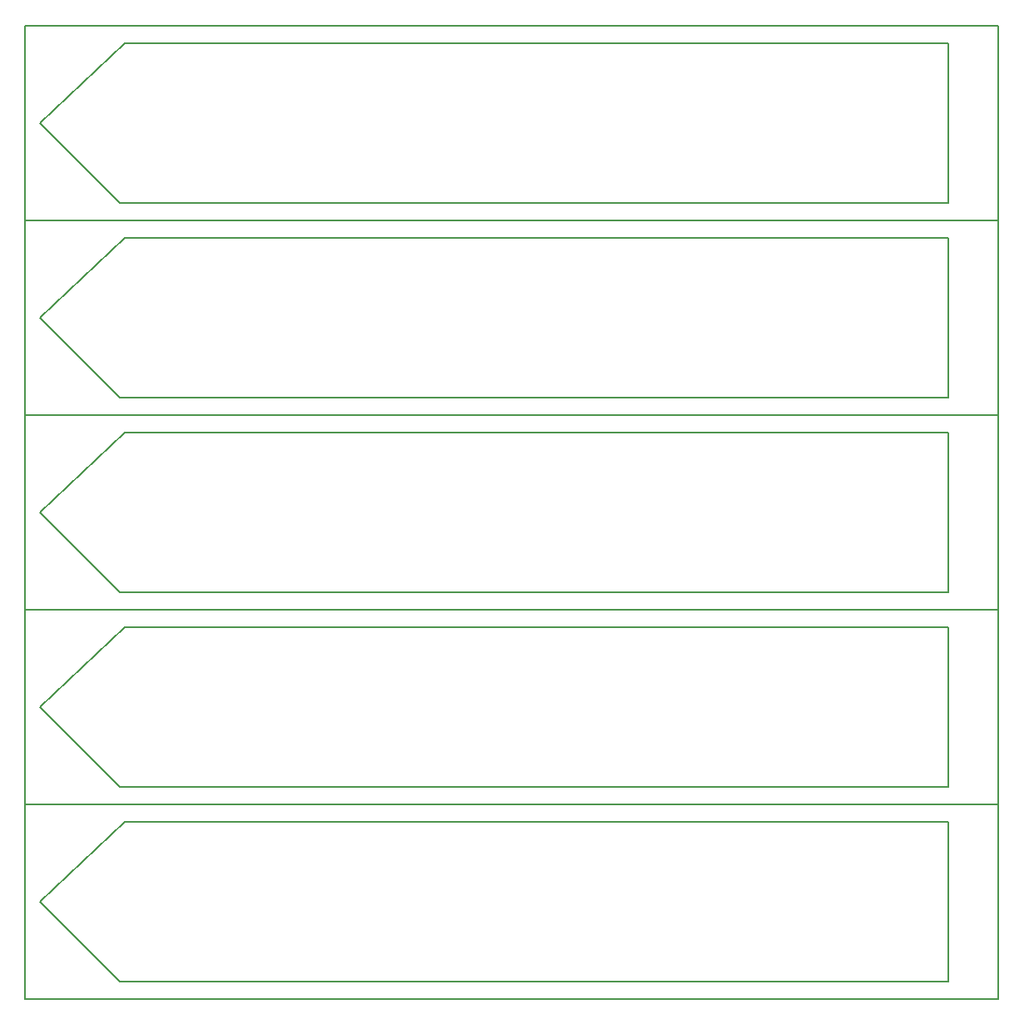
<source format=gto>
G04 #@! TF.FileFunction,Legend,Top*
%FSLAX46Y46*%
G04 Gerber Fmt 4.6, Leading zero omitted, Abs format (unit mm)*
G04 Created by KiCad (PCBNEW 4.0.2+e4-6225~38~ubuntu14.04.1-stable) date Tue 17 May 2016 20:21:22 AEST*
%MOMM*%
G01*
G04 APERTURE LIST*
%ADD10C,0.150000*%
%ADD11C,0.200000*%
%ADD12C,2.800000*%
G04 APERTURE END LIST*
D10*
D11*
X254000Y-254000D02*
X99314000Y-254000D01*
X99314000Y-99314000D02*
X254000Y-99314000D01*
X99314000Y-254000D02*
X99314000Y-99314000D01*
X254000Y-20066000D02*
X99314000Y-20066000D01*
X254000Y-39878000D02*
X99314000Y-39878000D01*
X254000Y-59690000D02*
X99314000Y-59690000D01*
X254000Y-79502000D02*
X99314000Y-79502000D01*
X23114000Y-2032000D02*
X42164000Y-2032000D01*
X36068000Y-2032000D02*
X23114000Y-2032000D01*
X254000Y-99314000D02*
X254000Y-254000D01*
D10*
X94234000Y-97536000D02*
X9906000Y-97536000D01*
X94234000Y-81280000D02*
X94234000Y-97536000D01*
X9906000Y-97536000D02*
X1778000Y-89408000D01*
X94234000Y-81280000D02*
X10414000Y-81280000D01*
X10414000Y-81280000D02*
X1778000Y-89408000D01*
X94234000Y-57912000D02*
X9906000Y-57912000D01*
X94234000Y-41656000D02*
X94234000Y-57912000D01*
X9906000Y-57912000D02*
X1778000Y-49784000D01*
X94234000Y-41656000D02*
X10414000Y-41656000D01*
X10414000Y-41656000D02*
X1778000Y-49784000D01*
X94234000Y-77724000D02*
X9906000Y-77724000D01*
X94234000Y-61468000D02*
X94234000Y-77724000D01*
X9906000Y-77724000D02*
X1778000Y-69596000D01*
X94234000Y-61468000D02*
X10414000Y-61468000D01*
X10414000Y-61468000D02*
X1778000Y-69596000D01*
X94234000Y-38100000D02*
X9906000Y-38100000D01*
X94234000Y-21844000D02*
X94234000Y-38100000D01*
X9906000Y-38100000D02*
X1778000Y-29972000D01*
X94234000Y-21844000D02*
X10414000Y-21844000D01*
X10414000Y-21844000D02*
X1778000Y-29972000D01*
X94234000Y-18288000D02*
X9906000Y-18288000D01*
X94234000Y-2032000D02*
X94234000Y-18288000D01*
X9906000Y-18288000D02*
X1778000Y-10160000D01*
X94234000Y-2032000D02*
X10414000Y-2032000D01*
X10414000Y-2032000D02*
X1778000Y-10160000D01*
%LPC*%
D12*
X89916000Y-84277200D03*
X89916000Y-89408000D03*
X89916000Y-94564200D03*
X89916000Y-44653200D03*
X89916000Y-49784000D03*
X89916000Y-54940200D03*
X89916000Y-64465200D03*
X89916000Y-69596000D03*
X89916000Y-74752200D03*
X89916000Y-24841200D03*
X89916000Y-29972000D03*
X89916000Y-35128200D03*
X89916000Y-5029200D03*
X89916000Y-10160000D03*
X89916000Y-15316200D03*
M02*

</source>
